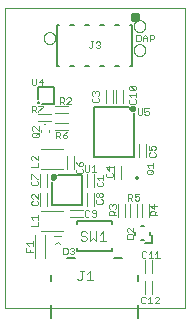
<source format=gto>
G75*
%MOIN*%
%OFA0B0*%
%FSLAX25Y25*%
%IPPOS*%
%LPD*%
%AMOC8*
5,1,8,0,0,1.08239X$1,22.5*
%
%ADD10C,0.00000*%
%ADD11C,0.00200*%
%ADD12C,0.00394*%
%ADD13C,0.01378*%
%ADD14C,0.00500*%
%ADD15C,0.01181*%
%ADD16C,0.00800*%
%ADD17C,0.01500*%
%ADD18C,0.00787*%
%ADD19C,0.00400*%
D10*
X0008150Y0096576D02*
X0008150Y0196576D01*
X0068150Y0196576D01*
X0068150Y0096576D01*
X0008150Y0096576D01*
X0051181Y0182576D02*
X0051183Y0182664D01*
X0051189Y0182752D01*
X0051199Y0182840D01*
X0051213Y0182928D01*
X0051230Y0183014D01*
X0051252Y0183100D01*
X0051277Y0183184D01*
X0051307Y0183268D01*
X0051339Y0183350D01*
X0051376Y0183430D01*
X0051416Y0183509D01*
X0051460Y0183586D01*
X0051507Y0183661D01*
X0051557Y0183733D01*
X0051611Y0183804D01*
X0051667Y0183871D01*
X0051727Y0183937D01*
X0051789Y0183999D01*
X0051855Y0184059D01*
X0051922Y0184115D01*
X0051993Y0184169D01*
X0052065Y0184219D01*
X0052140Y0184266D01*
X0052217Y0184310D01*
X0052296Y0184350D01*
X0052376Y0184387D01*
X0052458Y0184419D01*
X0052542Y0184449D01*
X0052626Y0184474D01*
X0052712Y0184496D01*
X0052798Y0184513D01*
X0052886Y0184527D01*
X0052974Y0184537D01*
X0053062Y0184543D01*
X0053150Y0184545D01*
X0053238Y0184543D01*
X0053326Y0184537D01*
X0053414Y0184527D01*
X0053502Y0184513D01*
X0053588Y0184496D01*
X0053674Y0184474D01*
X0053758Y0184449D01*
X0053842Y0184419D01*
X0053924Y0184387D01*
X0054004Y0184350D01*
X0054083Y0184310D01*
X0054160Y0184266D01*
X0054235Y0184219D01*
X0054307Y0184169D01*
X0054378Y0184115D01*
X0054445Y0184059D01*
X0054511Y0183999D01*
X0054573Y0183937D01*
X0054633Y0183871D01*
X0054689Y0183804D01*
X0054743Y0183733D01*
X0054793Y0183661D01*
X0054840Y0183586D01*
X0054884Y0183509D01*
X0054924Y0183430D01*
X0054961Y0183350D01*
X0054993Y0183268D01*
X0055023Y0183184D01*
X0055048Y0183100D01*
X0055070Y0183014D01*
X0055087Y0182928D01*
X0055101Y0182840D01*
X0055111Y0182752D01*
X0055117Y0182664D01*
X0055119Y0182576D01*
X0055117Y0182488D01*
X0055111Y0182400D01*
X0055101Y0182312D01*
X0055087Y0182224D01*
X0055070Y0182138D01*
X0055048Y0182052D01*
X0055023Y0181968D01*
X0054993Y0181884D01*
X0054961Y0181802D01*
X0054924Y0181722D01*
X0054884Y0181643D01*
X0054840Y0181566D01*
X0054793Y0181491D01*
X0054743Y0181419D01*
X0054689Y0181348D01*
X0054633Y0181281D01*
X0054573Y0181215D01*
X0054511Y0181153D01*
X0054445Y0181093D01*
X0054378Y0181037D01*
X0054307Y0180983D01*
X0054235Y0180933D01*
X0054160Y0180886D01*
X0054083Y0180842D01*
X0054004Y0180802D01*
X0053924Y0180765D01*
X0053842Y0180733D01*
X0053758Y0180703D01*
X0053674Y0180678D01*
X0053588Y0180656D01*
X0053502Y0180639D01*
X0053414Y0180625D01*
X0053326Y0180615D01*
X0053238Y0180609D01*
X0053150Y0180607D01*
X0053062Y0180609D01*
X0052974Y0180615D01*
X0052886Y0180625D01*
X0052798Y0180639D01*
X0052712Y0180656D01*
X0052626Y0180678D01*
X0052542Y0180703D01*
X0052458Y0180733D01*
X0052376Y0180765D01*
X0052296Y0180802D01*
X0052217Y0180842D01*
X0052140Y0180886D01*
X0052065Y0180933D01*
X0051993Y0180983D01*
X0051922Y0181037D01*
X0051855Y0181093D01*
X0051789Y0181153D01*
X0051727Y0181215D01*
X0051667Y0181281D01*
X0051611Y0181348D01*
X0051557Y0181419D01*
X0051507Y0181491D01*
X0051460Y0181566D01*
X0051416Y0181643D01*
X0051376Y0181722D01*
X0051339Y0181802D01*
X0051307Y0181884D01*
X0051277Y0181968D01*
X0051252Y0182052D01*
X0051230Y0182138D01*
X0051213Y0182224D01*
X0051199Y0182312D01*
X0051189Y0182400D01*
X0051183Y0182488D01*
X0051181Y0182576D01*
X0051181Y0190576D02*
X0051183Y0190664D01*
X0051189Y0190752D01*
X0051199Y0190840D01*
X0051213Y0190928D01*
X0051230Y0191014D01*
X0051252Y0191100D01*
X0051277Y0191184D01*
X0051307Y0191268D01*
X0051339Y0191350D01*
X0051376Y0191430D01*
X0051416Y0191509D01*
X0051460Y0191586D01*
X0051507Y0191661D01*
X0051557Y0191733D01*
X0051611Y0191804D01*
X0051667Y0191871D01*
X0051727Y0191937D01*
X0051789Y0191999D01*
X0051855Y0192059D01*
X0051922Y0192115D01*
X0051993Y0192169D01*
X0052065Y0192219D01*
X0052140Y0192266D01*
X0052217Y0192310D01*
X0052296Y0192350D01*
X0052376Y0192387D01*
X0052458Y0192419D01*
X0052542Y0192449D01*
X0052626Y0192474D01*
X0052712Y0192496D01*
X0052798Y0192513D01*
X0052886Y0192527D01*
X0052974Y0192537D01*
X0053062Y0192543D01*
X0053150Y0192545D01*
X0053238Y0192543D01*
X0053326Y0192537D01*
X0053414Y0192527D01*
X0053502Y0192513D01*
X0053588Y0192496D01*
X0053674Y0192474D01*
X0053758Y0192449D01*
X0053842Y0192419D01*
X0053924Y0192387D01*
X0054004Y0192350D01*
X0054083Y0192310D01*
X0054160Y0192266D01*
X0054235Y0192219D01*
X0054307Y0192169D01*
X0054378Y0192115D01*
X0054445Y0192059D01*
X0054511Y0191999D01*
X0054573Y0191937D01*
X0054633Y0191871D01*
X0054689Y0191804D01*
X0054743Y0191733D01*
X0054793Y0191661D01*
X0054840Y0191586D01*
X0054884Y0191509D01*
X0054924Y0191430D01*
X0054961Y0191350D01*
X0054993Y0191268D01*
X0055023Y0191184D01*
X0055048Y0191100D01*
X0055070Y0191014D01*
X0055087Y0190928D01*
X0055101Y0190840D01*
X0055111Y0190752D01*
X0055117Y0190664D01*
X0055119Y0190576D01*
X0055117Y0190488D01*
X0055111Y0190400D01*
X0055101Y0190312D01*
X0055087Y0190224D01*
X0055070Y0190138D01*
X0055048Y0190052D01*
X0055023Y0189968D01*
X0054993Y0189884D01*
X0054961Y0189802D01*
X0054924Y0189722D01*
X0054884Y0189643D01*
X0054840Y0189566D01*
X0054793Y0189491D01*
X0054743Y0189419D01*
X0054689Y0189348D01*
X0054633Y0189281D01*
X0054573Y0189215D01*
X0054511Y0189153D01*
X0054445Y0189093D01*
X0054378Y0189037D01*
X0054307Y0188983D01*
X0054235Y0188933D01*
X0054160Y0188886D01*
X0054083Y0188842D01*
X0054004Y0188802D01*
X0053924Y0188765D01*
X0053842Y0188733D01*
X0053758Y0188703D01*
X0053674Y0188678D01*
X0053588Y0188656D01*
X0053502Y0188639D01*
X0053414Y0188625D01*
X0053326Y0188615D01*
X0053238Y0188609D01*
X0053150Y0188607D01*
X0053062Y0188609D01*
X0052974Y0188615D01*
X0052886Y0188625D01*
X0052798Y0188639D01*
X0052712Y0188656D01*
X0052626Y0188678D01*
X0052542Y0188703D01*
X0052458Y0188733D01*
X0052376Y0188765D01*
X0052296Y0188802D01*
X0052217Y0188842D01*
X0052140Y0188886D01*
X0052065Y0188933D01*
X0051993Y0188983D01*
X0051922Y0189037D01*
X0051855Y0189093D01*
X0051789Y0189153D01*
X0051727Y0189215D01*
X0051667Y0189281D01*
X0051611Y0189348D01*
X0051557Y0189419D01*
X0051507Y0189491D01*
X0051460Y0189566D01*
X0051416Y0189643D01*
X0051376Y0189722D01*
X0051339Y0189802D01*
X0051307Y0189884D01*
X0051277Y0189968D01*
X0051252Y0190052D01*
X0051230Y0190138D01*
X0051213Y0190224D01*
X0051199Y0190312D01*
X0051189Y0190400D01*
X0051183Y0190488D01*
X0051181Y0190576D01*
X0021181Y0186576D02*
X0021183Y0186664D01*
X0021189Y0186752D01*
X0021199Y0186840D01*
X0021213Y0186928D01*
X0021230Y0187014D01*
X0021252Y0187100D01*
X0021277Y0187184D01*
X0021307Y0187268D01*
X0021339Y0187350D01*
X0021376Y0187430D01*
X0021416Y0187509D01*
X0021460Y0187586D01*
X0021507Y0187661D01*
X0021557Y0187733D01*
X0021611Y0187804D01*
X0021667Y0187871D01*
X0021727Y0187937D01*
X0021789Y0187999D01*
X0021855Y0188059D01*
X0021922Y0188115D01*
X0021993Y0188169D01*
X0022065Y0188219D01*
X0022140Y0188266D01*
X0022217Y0188310D01*
X0022296Y0188350D01*
X0022376Y0188387D01*
X0022458Y0188419D01*
X0022542Y0188449D01*
X0022626Y0188474D01*
X0022712Y0188496D01*
X0022798Y0188513D01*
X0022886Y0188527D01*
X0022974Y0188537D01*
X0023062Y0188543D01*
X0023150Y0188545D01*
X0023238Y0188543D01*
X0023326Y0188537D01*
X0023414Y0188527D01*
X0023502Y0188513D01*
X0023588Y0188496D01*
X0023674Y0188474D01*
X0023758Y0188449D01*
X0023842Y0188419D01*
X0023924Y0188387D01*
X0024004Y0188350D01*
X0024083Y0188310D01*
X0024160Y0188266D01*
X0024235Y0188219D01*
X0024307Y0188169D01*
X0024378Y0188115D01*
X0024445Y0188059D01*
X0024511Y0187999D01*
X0024573Y0187937D01*
X0024633Y0187871D01*
X0024689Y0187804D01*
X0024743Y0187733D01*
X0024793Y0187661D01*
X0024840Y0187586D01*
X0024884Y0187509D01*
X0024924Y0187430D01*
X0024961Y0187350D01*
X0024993Y0187268D01*
X0025023Y0187184D01*
X0025048Y0187100D01*
X0025070Y0187014D01*
X0025087Y0186928D01*
X0025101Y0186840D01*
X0025111Y0186752D01*
X0025117Y0186664D01*
X0025119Y0186576D01*
X0025117Y0186488D01*
X0025111Y0186400D01*
X0025101Y0186312D01*
X0025087Y0186224D01*
X0025070Y0186138D01*
X0025048Y0186052D01*
X0025023Y0185968D01*
X0024993Y0185884D01*
X0024961Y0185802D01*
X0024924Y0185722D01*
X0024884Y0185643D01*
X0024840Y0185566D01*
X0024793Y0185491D01*
X0024743Y0185419D01*
X0024689Y0185348D01*
X0024633Y0185281D01*
X0024573Y0185215D01*
X0024511Y0185153D01*
X0024445Y0185093D01*
X0024378Y0185037D01*
X0024307Y0184983D01*
X0024235Y0184933D01*
X0024160Y0184886D01*
X0024083Y0184842D01*
X0024004Y0184802D01*
X0023924Y0184765D01*
X0023842Y0184733D01*
X0023758Y0184703D01*
X0023674Y0184678D01*
X0023588Y0184656D01*
X0023502Y0184639D01*
X0023414Y0184625D01*
X0023326Y0184615D01*
X0023238Y0184609D01*
X0023150Y0184607D01*
X0023062Y0184609D01*
X0022974Y0184615D01*
X0022886Y0184625D01*
X0022798Y0184639D01*
X0022712Y0184656D01*
X0022626Y0184678D01*
X0022542Y0184703D01*
X0022458Y0184733D01*
X0022376Y0184765D01*
X0022296Y0184802D01*
X0022217Y0184842D01*
X0022140Y0184886D01*
X0022065Y0184933D01*
X0021993Y0184983D01*
X0021922Y0185037D01*
X0021855Y0185093D01*
X0021789Y0185153D01*
X0021727Y0185215D01*
X0021667Y0185281D01*
X0021611Y0185348D01*
X0021557Y0185419D01*
X0021507Y0185491D01*
X0021460Y0185566D01*
X0021416Y0185643D01*
X0021376Y0185722D01*
X0021339Y0185802D01*
X0021307Y0185884D01*
X0021277Y0185968D01*
X0021252Y0186052D01*
X0021230Y0186138D01*
X0021213Y0186224D01*
X0021199Y0186312D01*
X0021189Y0186400D01*
X0021183Y0186488D01*
X0021181Y0186576D01*
D11*
X0036309Y0183614D02*
X0036676Y0183247D01*
X0037043Y0183247D01*
X0037410Y0183614D01*
X0037410Y0185449D01*
X0037043Y0185449D02*
X0037777Y0185449D01*
X0038519Y0185082D02*
X0038886Y0185449D01*
X0039620Y0185449D01*
X0039987Y0185082D01*
X0039987Y0184715D01*
X0039620Y0184348D01*
X0039987Y0183981D01*
X0039987Y0183614D01*
X0039620Y0183247D01*
X0038886Y0183247D01*
X0038519Y0183614D01*
X0039253Y0184348D02*
X0039620Y0184348D01*
X0052081Y0185436D02*
X0053182Y0185436D01*
X0053549Y0185803D01*
X0053549Y0187271D01*
X0053182Y0187638D01*
X0052081Y0187638D01*
X0052081Y0185436D01*
X0054291Y0185436D02*
X0054291Y0186904D01*
X0055025Y0187638D01*
X0055759Y0186904D01*
X0055759Y0185436D01*
X0056501Y0185436D02*
X0056501Y0187638D01*
X0057602Y0187638D01*
X0057969Y0187271D01*
X0057969Y0186537D01*
X0057602Y0186170D01*
X0056501Y0186170D01*
X0055759Y0186537D02*
X0054291Y0186537D01*
X0051500Y0170579D02*
X0050032Y0170579D01*
X0051500Y0169112D01*
X0051867Y0169479D01*
X0051867Y0170213D01*
X0051500Y0170579D01*
X0051500Y0169112D02*
X0050032Y0169112D01*
X0049665Y0169479D01*
X0049665Y0170213D01*
X0050032Y0170579D01*
X0051867Y0168370D02*
X0051867Y0166902D01*
X0051867Y0167636D02*
X0049665Y0167636D01*
X0050399Y0166902D01*
X0050032Y0166160D02*
X0049665Y0165793D01*
X0049665Y0165059D01*
X0050032Y0164692D01*
X0051500Y0164692D01*
X0051867Y0165059D01*
X0051867Y0165793D01*
X0051500Y0166160D01*
X0052581Y0163130D02*
X0052581Y0161295D01*
X0052948Y0160928D01*
X0053682Y0160928D01*
X0054049Y0161295D01*
X0054049Y0163130D01*
X0054791Y0163130D02*
X0054791Y0162029D01*
X0055525Y0162396D01*
X0055892Y0162396D01*
X0056259Y0162029D01*
X0056259Y0161295D01*
X0055892Y0160928D01*
X0055158Y0160928D01*
X0054791Y0161295D01*
X0054791Y0163130D02*
X0056259Y0163130D01*
X0056280Y0150658D02*
X0056280Y0149190D01*
X0057381Y0149190D01*
X0057014Y0149924D01*
X0057014Y0150291D01*
X0057381Y0150658D01*
X0058115Y0150658D01*
X0058481Y0150291D01*
X0058481Y0149557D01*
X0058115Y0149190D01*
X0058115Y0148448D02*
X0058481Y0148081D01*
X0058481Y0147347D01*
X0058115Y0146980D01*
X0056647Y0146980D01*
X0056280Y0147347D01*
X0056280Y0148081D01*
X0056647Y0148448D01*
X0057793Y0144851D02*
X0057793Y0143383D01*
X0057793Y0144117D02*
X0055591Y0144117D01*
X0056325Y0143383D01*
X0055958Y0142641D02*
X0057426Y0142641D01*
X0057793Y0142274D01*
X0057793Y0141540D01*
X0057426Y0141173D01*
X0055958Y0141173D01*
X0055591Y0141540D01*
X0055591Y0142274D01*
X0055958Y0142641D01*
X0057059Y0141907D02*
X0057793Y0142641D01*
X0044231Y0143530D02*
X0042029Y0143530D01*
X0043130Y0142429D01*
X0043130Y0143897D01*
X0042396Y0141687D02*
X0042029Y0141320D01*
X0042029Y0140586D01*
X0042396Y0140219D01*
X0043864Y0140219D01*
X0044231Y0140586D01*
X0044231Y0141320D01*
X0043864Y0141687D01*
X0041080Y0140776D02*
X0041080Y0139308D01*
X0041080Y0140042D02*
X0038878Y0140042D01*
X0039612Y0139308D01*
X0039245Y0138566D02*
X0038878Y0138199D01*
X0038878Y0137466D01*
X0039245Y0137099D01*
X0040713Y0137099D01*
X0041080Y0137466D01*
X0041080Y0138199D01*
X0040713Y0138566D01*
X0040478Y0135039D02*
X0040845Y0134672D01*
X0040845Y0133938D01*
X0040478Y0133571D01*
X0040111Y0133571D01*
X0039744Y0133938D01*
X0039744Y0134672D01*
X0040111Y0135039D01*
X0040478Y0135039D01*
X0039744Y0134672D02*
X0039377Y0135039D01*
X0039010Y0135039D01*
X0038643Y0134672D01*
X0038643Y0133938D01*
X0039010Y0133571D01*
X0039377Y0133571D01*
X0039744Y0133938D01*
X0039010Y0132829D02*
X0038643Y0132462D01*
X0038643Y0131728D01*
X0039010Y0131361D01*
X0040478Y0131361D01*
X0040845Y0131728D01*
X0040845Y0132462D01*
X0040478Y0132829D01*
X0043013Y0130813D02*
X0043380Y0131180D01*
X0043747Y0131180D01*
X0044114Y0130813D01*
X0044481Y0131180D01*
X0044848Y0131180D01*
X0045215Y0130813D01*
X0045215Y0130079D01*
X0044848Y0129712D01*
X0045215Y0128970D02*
X0044481Y0128237D01*
X0044481Y0128604D02*
X0044481Y0127503D01*
X0045215Y0127503D02*
X0043013Y0127503D01*
X0043013Y0128604D01*
X0043380Y0128970D01*
X0044114Y0128970D01*
X0044481Y0128604D01*
X0043380Y0129712D02*
X0043013Y0130079D01*
X0043013Y0130813D01*
X0044114Y0130813D02*
X0044114Y0130446D01*
X0049274Y0132424D02*
X0049274Y0134626D01*
X0050375Y0134626D01*
X0050742Y0134259D01*
X0050742Y0133525D01*
X0050375Y0133158D01*
X0049274Y0133158D01*
X0050008Y0133158D02*
X0050742Y0132424D01*
X0051484Y0132791D02*
X0051850Y0132424D01*
X0052584Y0132424D01*
X0052951Y0132791D01*
X0052951Y0133525D01*
X0052584Y0133892D01*
X0052217Y0133892D01*
X0051484Y0133525D01*
X0051484Y0134626D01*
X0052951Y0134626D01*
X0056791Y0130764D02*
X0057892Y0129663D01*
X0057892Y0131131D01*
X0058993Y0130764D02*
X0056791Y0130764D01*
X0057158Y0128921D02*
X0057892Y0128921D01*
X0058259Y0128554D01*
X0058259Y0127453D01*
X0058259Y0128187D02*
X0058993Y0128921D01*
X0058993Y0127453D02*
X0056791Y0127453D01*
X0056791Y0128554D01*
X0057158Y0128921D01*
X0051034Y0123369D02*
X0051034Y0121901D01*
X0049566Y0123369D01*
X0049199Y0123369D01*
X0048832Y0123002D01*
X0048832Y0122268D01*
X0049199Y0121901D01*
X0049199Y0121159D02*
X0048832Y0120792D01*
X0048832Y0119692D01*
X0051034Y0119692D01*
X0051034Y0120792D01*
X0050667Y0121159D01*
X0049199Y0121159D01*
X0054310Y0115493D02*
X0053943Y0115126D01*
X0053943Y0113659D01*
X0054310Y0113292D01*
X0055044Y0113292D01*
X0055411Y0113659D01*
X0056153Y0113292D02*
X0057621Y0113292D01*
X0056887Y0113292D02*
X0056887Y0115493D01*
X0056153Y0114759D01*
X0055411Y0115126D02*
X0055044Y0115493D01*
X0054310Y0115493D01*
X0058363Y0114759D02*
X0059097Y0115493D01*
X0059097Y0113292D01*
X0058363Y0113292D02*
X0059831Y0113292D01*
X0059283Y0100413D02*
X0058549Y0100413D01*
X0058182Y0100046D01*
X0059283Y0100413D02*
X0059649Y0100046D01*
X0059649Y0099679D01*
X0058182Y0098211D01*
X0059649Y0098211D01*
X0057440Y0098211D02*
X0055972Y0098211D01*
X0056706Y0098211D02*
X0056706Y0100413D01*
X0055972Y0099679D01*
X0055230Y0100046D02*
X0054863Y0100413D01*
X0054129Y0100413D01*
X0053762Y0100046D01*
X0053762Y0098578D01*
X0054129Y0098211D01*
X0054863Y0098211D01*
X0055230Y0098578D01*
X0031377Y0114877D02*
X0031010Y0114510D01*
X0030276Y0114510D01*
X0029909Y0114877D01*
X0029167Y0114877D02*
X0029167Y0116345D01*
X0028800Y0116712D01*
X0027699Y0116712D01*
X0027699Y0114510D01*
X0028800Y0114510D01*
X0029167Y0114877D01*
X0029909Y0116345D02*
X0030276Y0116712D01*
X0031010Y0116712D01*
X0031377Y0116345D01*
X0031377Y0115978D01*
X0031010Y0115611D01*
X0031377Y0115244D01*
X0031377Y0114877D01*
X0031010Y0115611D02*
X0030643Y0115611D01*
X0017617Y0115180D02*
X0015415Y0115180D01*
X0015415Y0116648D01*
X0016149Y0117390D02*
X0015415Y0118124D01*
X0017617Y0118124D01*
X0017617Y0117390D02*
X0017617Y0118858D01*
X0016516Y0115914D02*
X0016516Y0115180D01*
X0016988Y0123870D02*
X0019190Y0123870D01*
X0019190Y0125338D01*
X0019190Y0126080D02*
X0019190Y0127548D01*
X0019190Y0126814D02*
X0016988Y0126814D01*
X0017722Y0126080D01*
X0017513Y0130878D02*
X0018981Y0130878D01*
X0019348Y0131245D01*
X0019348Y0131979D01*
X0018981Y0132346D01*
X0019348Y0133088D02*
X0017880Y0134556D01*
X0017513Y0134556D01*
X0017146Y0134189D01*
X0017146Y0133455D01*
X0017513Y0133088D01*
X0017513Y0132346D02*
X0017146Y0131979D01*
X0017146Y0131245D01*
X0017513Y0130878D01*
X0019348Y0133088D02*
X0019348Y0134556D01*
X0018943Y0137503D02*
X0017475Y0137503D01*
X0017108Y0137870D01*
X0017108Y0138604D01*
X0017475Y0138970D01*
X0017108Y0139712D02*
X0017108Y0141180D01*
X0017475Y0141180D01*
X0018943Y0139712D01*
X0019310Y0139712D01*
X0018943Y0138970D02*
X0019310Y0138604D01*
X0019310Y0137870D01*
X0018943Y0137503D01*
X0019152Y0143566D02*
X0016950Y0143566D01*
X0019152Y0143566D02*
X0019152Y0145033D01*
X0019152Y0145775D02*
X0017684Y0147243D01*
X0017317Y0147243D01*
X0016950Y0146876D01*
X0016950Y0146142D01*
X0017317Y0145775D01*
X0019152Y0145775D02*
X0019152Y0147243D01*
X0019158Y0153496D02*
X0017690Y0153496D01*
X0017323Y0153863D01*
X0017323Y0154597D01*
X0017690Y0154964D01*
X0019158Y0154964D01*
X0019525Y0154597D01*
X0019525Y0153863D01*
X0019158Y0153496D01*
X0018791Y0154230D02*
X0019525Y0154964D01*
X0019525Y0155706D02*
X0018057Y0157174D01*
X0017690Y0157174D01*
X0017323Y0156807D01*
X0017323Y0156073D01*
X0017690Y0155706D01*
X0019525Y0155706D02*
X0019525Y0157174D01*
X0025297Y0155413D02*
X0026398Y0155413D01*
X0026765Y0155046D01*
X0026765Y0154312D01*
X0026398Y0153945D01*
X0025297Y0153945D01*
X0025297Y0153211D02*
X0025297Y0155413D01*
X0026031Y0153945D02*
X0026765Y0153211D01*
X0027507Y0153578D02*
X0027874Y0153211D01*
X0028608Y0153211D01*
X0028975Y0153578D01*
X0028975Y0153945D01*
X0028608Y0154312D01*
X0027507Y0154312D01*
X0027507Y0153578D01*
X0027507Y0154312D02*
X0028241Y0155046D01*
X0028975Y0155413D01*
X0019465Y0161835D02*
X0019465Y0162202D01*
X0020933Y0163670D01*
X0020933Y0164037D01*
X0019465Y0164037D01*
X0018723Y0163670D02*
X0018723Y0162936D01*
X0018356Y0162569D01*
X0017255Y0162569D01*
X0017255Y0161835D02*
X0017255Y0164037D01*
X0018356Y0164037D01*
X0018723Y0163670D01*
X0017989Y0162569D02*
X0018723Y0161835D01*
X0026586Y0164591D02*
X0026586Y0166793D01*
X0027687Y0166793D01*
X0028054Y0166426D01*
X0028054Y0165692D01*
X0027687Y0165325D01*
X0026586Y0165325D01*
X0027320Y0165325D02*
X0028054Y0164591D01*
X0028796Y0164591D02*
X0030264Y0166059D01*
X0030264Y0166426D01*
X0029897Y0166793D01*
X0029163Y0166793D01*
X0028796Y0166426D01*
X0028796Y0164591D02*
X0030264Y0164591D01*
X0037344Y0165547D02*
X0037711Y0165180D01*
X0039179Y0165180D01*
X0039546Y0165547D01*
X0039546Y0166281D01*
X0039179Y0166648D01*
X0039179Y0167390D02*
X0039546Y0167757D01*
X0039546Y0168491D01*
X0039179Y0168858D01*
X0038812Y0168858D01*
X0038445Y0168491D01*
X0038445Y0168124D01*
X0038445Y0168491D02*
X0038078Y0168858D01*
X0037711Y0168858D01*
X0037344Y0168491D01*
X0037344Y0167757D01*
X0037711Y0167390D01*
X0037711Y0166648D02*
X0037344Y0166281D01*
X0037344Y0165547D01*
X0020645Y0170890D02*
X0020645Y0173092D01*
X0019544Y0171991D01*
X0021012Y0171991D01*
X0018802Y0171257D02*
X0018802Y0173092D01*
X0017334Y0173092D02*
X0017334Y0171257D01*
X0017701Y0170890D01*
X0018435Y0170890D01*
X0018802Y0171257D01*
X0032028Y0145304D02*
X0032395Y0144570D01*
X0033129Y0143836D01*
X0033129Y0144937D01*
X0033496Y0145304D01*
X0033863Y0145304D01*
X0034230Y0144937D01*
X0034230Y0144203D01*
X0033863Y0143836D01*
X0033129Y0143836D01*
X0033863Y0143094D02*
X0034230Y0142727D01*
X0034230Y0141993D01*
X0033863Y0141626D01*
X0032395Y0141626D01*
X0032028Y0141993D01*
X0032028Y0142727D01*
X0032395Y0143094D01*
X0034982Y0142397D02*
X0034982Y0144232D01*
X0036450Y0144232D02*
X0036450Y0142397D01*
X0036083Y0142030D01*
X0035349Y0142030D01*
X0034982Y0142397D01*
X0037192Y0142030D02*
X0038660Y0142030D01*
X0037926Y0142030D02*
X0037926Y0144232D01*
X0037192Y0143498D01*
X0037549Y0129234D02*
X0037182Y0128867D01*
X0037182Y0128500D01*
X0037549Y0128133D01*
X0038650Y0128133D01*
X0038650Y0127399D02*
X0038650Y0128867D01*
X0038283Y0129234D01*
X0037549Y0129234D01*
X0036440Y0128867D02*
X0036073Y0129234D01*
X0035339Y0129234D01*
X0034972Y0128867D01*
X0034972Y0127399D01*
X0035339Y0127032D01*
X0036073Y0127032D01*
X0036440Y0127399D01*
X0037182Y0127399D02*
X0037549Y0127032D01*
X0038283Y0127032D01*
X0038650Y0127399D01*
D12*
X0034331Y0126891D02*
X0030000Y0126891D01*
X0030000Y0129253D02*
X0034331Y0129253D01*
X0035709Y0130631D02*
X0035709Y0134962D01*
X0035709Y0136930D02*
X0035709Y0141261D01*
X0038071Y0141261D02*
X0038071Y0136930D01*
X0038071Y0134962D02*
X0038071Y0130631D01*
X0045945Y0131418D02*
X0045945Y0127088D01*
X0048307Y0127088D02*
X0048307Y0131418D01*
X0049882Y0131418D02*
X0049882Y0127088D01*
X0052244Y0127088D02*
X0052244Y0131418D01*
X0053819Y0131418D02*
X0053819Y0127088D01*
X0056181Y0127088D02*
X0056181Y0131418D01*
X0047126Y0139686D02*
X0047126Y0144017D01*
X0044764Y0144017D02*
X0044764Y0139686D01*
X0053032Y0146773D02*
X0053032Y0151103D01*
X0055394Y0151103D02*
X0055394Y0146773D01*
X0031378Y0147166D02*
X0031378Y0142836D01*
X0029016Y0142836D02*
X0029016Y0147166D01*
X0027638Y0149529D02*
X0020158Y0149529D01*
X0020158Y0155277D02*
X0020158Y0155985D01*
X0021378Y0157796D02*
X0021693Y0157796D01*
X0022914Y0155985D02*
X0022914Y0155277D01*
X0024882Y0156025D02*
X0029213Y0156025D01*
X0029213Y0158387D02*
X0024882Y0158387D01*
X0023701Y0158781D02*
X0019370Y0158781D01*
X0019370Y0161143D02*
X0023701Y0161143D01*
X0024882Y0161536D02*
X0029213Y0161536D01*
X0029213Y0163899D02*
X0024882Y0163899D01*
X0042008Y0164883D02*
X0042008Y0169214D01*
X0044370Y0169214D02*
X0044370Y0164883D01*
X0045158Y0164883D02*
X0045158Y0169214D01*
X0047520Y0169214D02*
X0047520Y0164883D01*
X0027638Y0142836D02*
X0020158Y0142836D01*
X0019961Y0141261D02*
X0019961Y0136930D01*
X0019961Y0134962D02*
X0019961Y0130631D01*
X0020158Y0129056D02*
X0027638Y0129056D01*
X0022323Y0130631D02*
X0022323Y0134962D01*
X0022323Y0136930D02*
X0022323Y0141261D01*
X0020158Y0122363D02*
X0027638Y0122363D01*
X0027048Y0120592D02*
X0024685Y0120592D01*
X0025867Y0118623D02*
X0025079Y0117836D01*
X0025867Y0118623D02*
X0026654Y0117836D01*
X0021536Y0120788D02*
X0021536Y0113308D01*
X0018386Y0113308D02*
X0018386Y0120788D01*
X0055000Y0112521D02*
X0055000Y0108190D01*
X0057363Y0108190D02*
X0057363Y0112521D01*
X0057363Y0105434D02*
X0057363Y0101103D01*
X0055000Y0101103D02*
X0055000Y0105434D01*
D13*
X0052244Y0139883D03*
D14*
X0023583Y0097639D02*
X0023583Y0093111D01*
X0023583Y0105513D02*
X0023583Y0107481D01*
X0029095Y0113387D02*
X0031654Y0113387D01*
X0032244Y0115655D02*
X0044056Y0115655D01*
X0044056Y0115851D02*
X0044056Y0116639D01*
X0044646Y0113387D02*
X0047205Y0113387D01*
X0053658Y0119214D02*
X0054642Y0119214D01*
X0054937Y0118426D02*
X0057300Y0118426D01*
X0057300Y0120788D01*
X0056512Y0121084D02*
X0056512Y0122068D01*
X0054642Y0123938D02*
X0053658Y0123938D01*
X0051788Y0122068D02*
X0051788Y0121084D01*
X0044056Y0124513D02*
X0044056Y0125300D01*
X0044056Y0125497D02*
X0032244Y0125497D01*
X0032244Y0125300D02*
X0032244Y0124513D01*
X0034134Y0131025D02*
X0023898Y0131025D01*
X0023898Y0138702D01*
X0026063Y0140867D02*
X0034134Y0140867D01*
X0034134Y0131025D01*
X0032244Y0116639D02*
X0032244Y0115851D01*
X0052717Y0107481D02*
X0052717Y0105513D01*
X0052717Y0097639D02*
X0052717Y0093111D01*
X0051457Y0146970D02*
X0038071Y0146970D01*
X0038071Y0163505D01*
X0049489Y0163505D01*
X0051457Y0161536D02*
X0051457Y0146970D01*
X0024685Y0164686D02*
X0024685Y0170198D01*
X0019174Y0170198D01*
X0019174Y0166261D01*
X0020748Y0164686D02*
X0024685Y0164686D01*
D15*
X0050473Y0162914D02*
X0050475Y0162953D01*
X0050481Y0162992D01*
X0050491Y0163030D01*
X0050504Y0163067D01*
X0050521Y0163102D01*
X0050541Y0163136D01*
X0050565Y0163167D01*
X0050592Y0163196D01*
X0050621Y0163222D01*
X0050653Y0163245D01*
X0050687Y0163265D01*
X0050723Y0163281D01*
X0050760Y0163293D01*
X0050799Y0163302D01*
X0050838Y0163307D01*
X0050877Y0163308D01*
X0050916Y0163305D01*
X0050955Y0163298D01*
X0050992Y0163287D01*
X0051029Y0163273D01*
X0051064Y0163255D01*
X0051097Y0163234D01*
X0051128Y0163209D01*
X0051156Y0163182D01*
X0051181Y0163152D01*
X0051203Y0163119D01*
X0051222Y0163085D01*
X0051237Y0163049D01*
X0051249Y0163011D01*
X0051257Y0162973D01*
X0051261Y0162934D01*
X0051261Y0162894D01*
X0051257Y0162855D01*
X0051249Y0162817D01*
X0051237Y0162779D01*
X0051222Y0162743D01*
X0051203Y0162709D01*
X0051181Y0162676D01*
X0051156Y0162646D01*
X0051128Y0162619D01*
X0051097Y0162594D01*
X0051064Y0162573D01*
X0051029Y0162555D01*
X0050992Y0162541D01*
X0050955Y0162530D01*
X0050916Y0162523D01*
X0050877Y0162520D01*
X0050838Y0162521D01*
X0050799Y0162526D01*
X0050760Y0162535D01*
X0050723Y0162547D01*
X0050687Y0162563D01*
X0050653Y0162583D01*
X0050621Y0162606D01*
X0050592Y0162632D01*
X0050565Y0162661D01*
X0050541Y0162692D01*
X0050521Y0162726D01*
X0050504Y0162761D01*
X0050491Y0162798D01*
X0050481Y0162836D01*
X0050475Y0162875D01*
X0050473Y0162914D01*
X0024213Y0140119D02*
X0024215Y0140158D01*
X0024221Y0140197D01*
X0024231Y0140235D01*
X0024244Y0140272D01*
X0024261Y0140307D01*
X0024281Y0140341D01*
X0024305Y0140372D01*
X0024332Y0140401D01*
X0024361Y0140427D01*
X0024393Y0140450D01*
X0024427Y0140470D01*
X0024463Y0140486D01*
X0024500Y0140498D01*
X0024539Y0140507D01*
X0024578Y0140512D01*
X0024617Y0140513D01*
X0024656Y0140510D01*
X0024695Y0140503D01*
X0024732Y0140492D01*
X0024769Y0140478D01*
X0024804Y0140460D01*
X0024837Y0140439D01*
X0024868Y0140414D01*
X0024896Y0140387D01*
X0024921Y0140357D01*
X0024943Y0140324D01*
X0024962Y0140290D01*
X0024977Y0140254D01*
X0024989Y0140216D01*
X0024997Y0140178D01*
X0025001Y0140139D01*
X0025001Y0140099D01*
X0024997Y0140060D01*
X0024989Y0140022D01*
X0024977Y0139984D01*
X0024962Y0139948D01*
X0024943Y0139914D01*
X0024921Y0139881D01*
X0024896Y0139851D01*
X0024868Y0139824D01*
X0024837Y0139799D01*
X0024804Y0139778D01*
X0024769Y0139760D01*
X0024732Y0139746D01*
X0024695Y0139735D01*
X0024656Y0139728D01*
X0024617Y0139725D01*
X0024578Y0139726D01*
X0024539Y0139731D01*
X0024500Y0139740D01*
X0024463Y0139752D01*
X0024427Y0139768D01*
X0024393Y0139788D01*
X0024361Y0139811D01*
X0024332Y0139837D01*
X0024305Y0139866D01*
X0024281Y0139897D01*
X0024261Y0139931D01*
X0024244Y0139966D01*
X0024231Y0140003D01*
X0024221Y0140041D01*
X0024215Y0140080D01*
X0024213Y0140119D01*
D16*
X0025650Y0177326D02*
X0025650Y0190826D01*
X0026250Y0190826D01*
X0030050Y0190826D02*
X0031250Y0190826D01*
X0035050Y0190826D02*
X0036250Y0190826D01*
X0040050Y0190826D02*
X0041250Y0190826D01*
X0045050Y0190826D02*
X0046250Y0190826D01*
X0050050Y0190826D02*
X0050650Y0190826D01*
X0050650Y0177326D01*
X0050050Y0177326D01*
X0046250Y0177326D02*
X0045050Y0177326D01*
X0041250Y0177326D02*
X0040050Y0177326D01*
X0036250Y0177326D02*
X0035050Y0177326D01*
X0031250Y0177326D02*
X0030050Y0177326D01*
X0026250Y0177326D02*
X0025650Y0177326D01*
D17*
X0050900Y0193576D02*
X0050902Y0193630D01*
X0050908Y0193684D01*
X0050918Y0193737D01*
X0050931Y0193790D01*
X0050948Y0193841D01*
X0050969Y0193891D01*
X0050994Y0193939D01*
X0051022Y0193986D01*
X0051053Y0194030D01*
X0051087Y0194072D01*
X0051124Y0194111D01*
X0051164Y0194148D01*
X0051207Y0194181D01*
X0051252Y0194212D01*
X0051299Y0194239D01*
X0051347Y0194262D01*
X0051398Y0194282D01*
X0051449Y0194299D01*
X0051502Y0194311D01*
X0051555Y0194320D01*
X0051609Y0194325D01*
X0051664Y0194326D01*
X0051718Y0194323D01*
X0051771Y0194316D01*
X0051824Y0194305D01*
X0051877Y0194291D01*
X0051928Y0194273D01*
X0051977Y0194251D01*
X0052025Y0194226D01*
X0052071Y0194197D01*
X0052115Y0194165D01*
X0052156Y0194130D01*
X0052194Y0194092D01*
X0052230Y0194051D01*
X0052263Y0194008D01*
X0052293Y0193963D01*
X0052319Y0193915D01*
X0052342Y0193866D01*
X0052361Y0193815D01*
X0052376Y0193764D01*
X0052388Y0193711D01*
X0052396Y0193657D01*
X0052400Y0193603D01*
X0052400Y0193549D01*
X0052396Y0193495D01*
X0052388Y0193441D01*
X0052376Y0193388D01*
X0052361Y0193337D01*
X0052342Y0193286D01*
X0052319Y0193237D01*
X0052293Y0193189D01*
X0052263Y0193144D01*
X0052230Y0193101D01*
X0052194Y0193060D01*
X0052156Y0193022D01*
X0052115Y0192987D01*
X0052071Y0192955D01*
X0052025Y0192926D01*
X0051977Y0192901D01*
X0051928Y0192879D01*
X0051877Y0192861D01*
X0051824Y0192847D01*
X0051771Y0192836D01*
X0051718Y0192829D01*
X0051664Y0192826D01*
X0051609Y0192827D01*
X0051555Y0192832D01*
X0051502Y0192841D01*
X0051449Y0192853D01*
X0051398Y0192870D01*
X0051347Y0192890D01*
X0051299Y0192913D01*
X0051252Y0192940D01*
X0051207Y0192971D01*
X0051164Y0193004D01*
X0051124Y0193041D01*
X0051087Y0193080D01*
X0051053Y0193122D01*
X0051022Y0193166D01*
X0050994Y0193213D01*
X0050969Y0193261D01*
X0050948Y0193311D01*
X0050931Y0193362D01*
X0050918Y0193415D01*
X0050908Y0193468D01*
X0050902Y0193522D01*
X0050900Y0193576D01*
D18*
X0019272Y0164981D02*
X0019274Y0165008D01*
X0019280Y0165035D01*
X0019289Y0165061D01*
X0019302Y0165085D01*
X0019318Y0165108D01*
X0019337Y0165127D01*
X0019359Y0165144D01*
X0019383Y0165158D01*
X0019408Y0165168D01*
X0019435Y0165175D01*
X0019462Y0165178D01*
X0019490Y0165177D01*
X0019517Y0165172D01*
X0019543Y0165164D01*
X0019567Y0165152D01*
X0019590Y0165136D01*
X0019611Y0165118D01*
X0019628Y0165097D01*
X0019643Y0165073D01*
X0019654Y0165048D01*
X0019662Y0165022D01*
X0019666Y0164995D01*
X0019666Y0164967D01*
X0019662Y0164940D01*
X0019654Y0164914D01*
X0019643Y0164889D01*
X0019628Y0164865D01*
X0019611Y0164844D01*
X0019590Y0164826D01*
X0019568Y0164810D01*
X0019543Y0164798D01*
X0019517Y0164790D01*
X0019490Y0164785D01*
X0019462Y0164784D01*
X0019435Y0164787D01*
X0019408Y0164794D01*
X0019383Y0164804D01*
X0019359Y0164818D01*
X0019337Y0164835D01*
X0019318Y0164854D01*
X0019302Y0164877D01*
X0019289Y0164901D01*
X0019280Y0164927D01*
X0019274Y0164954D01*
X0019272Y0164981D01*
D19*
X0034033Y0122128D02*
X0033516Y0121611D01*
X0033516Y0121094D01*
X0034033Y0120577D01*
X0035067Y0120577D01*
X0035584Y0120060D01*
X0035584Y0119543D01*
X0035067Y0119026D01*
X0034033Y0119026D01*
X0033516Y0119543D01*
X0034033Y0122128D02*
X0035067Y0122128D01*
X0035584Y0121611D01*
X0036739Y0122128D02*
X0036739Y0119026D01*
X0037773Y0120060D01*
X0038807Y0119026D01*
X0038807Y0122128D01*
X0039961Y0121094D02*
X0040996Y0122128D01*
X0040996Y0119026D01*
X0042030Y0119026D02*
X0039961Y0119026D01*
X0036682Y0108993D02*
X0036682Y0105890D01*
X0035648Y0105890D02*
X0037716Y0105890D01*
X0035648Y0107958D02*
X0036682Y0108993D01*
X0034493Y0108993D02*
X0033459Y0108993D01*
X0033976Y0108993D02*
X0033976Y0106407D01*
X0033459Y0105890D01*
X0032942Y0105890D01*
X0032425Y0106407D01*
M02*

</source>
